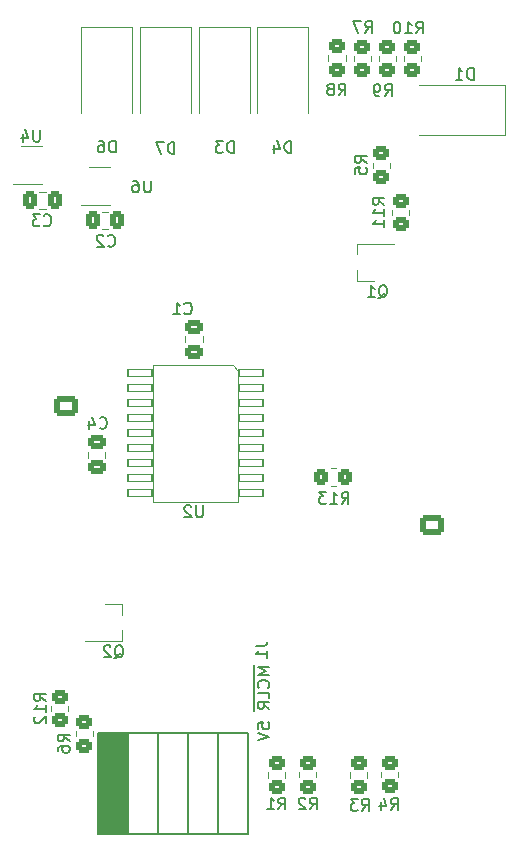
<source format=gbo>
%TF.GenerationSoftware,KiCad,Pcbnew,(6.0.5)*%
%TF.CreationDate,2023-02-27T22:37:21-05:00*%
%TF.ProjectId,relay_board,72656c61-795f-4626-9f61-72642e6b6963,rev?*%
%TF.SameCoordinates,Original*%
%TF.FileFunction,Legend,Bot*%
%TF.FilePolarity,Positive*%
%FSLAX46Y46*%
G04 Gerber Fmt 4.6, Leading zero omitted, Abs format (unit mm)*
G04 Created by KiCad (PCBNEW (6.0.5)) date 2023-02-27 22:37:21*
%MOMM*%
%LPD*%
G01*
G04 APERTURE LIST*
G04 Aperture macros list*
%AMRoundRect*
0 Rectangle with rounded corners*
0 $1 Rounding radius*
0 $2 $3 $4 $5 $6 $7 $8 $9 X,Y pos of 4 corners*
0 Add a 4 corners polygon primitive as box body*
4,1,4,$2,$3,$4,$5,$6,$7,$8,$9,$2,$3,0*
0 Add four circle primitives for the rounded corners*
1,1,$1+$1,$2,$3*
1,1,$1+$1,$4,$5*
1,1,$1+$1,$6,$7*
1,1,$1+$1,$8,$9*
0 Add four rect primitives between the rounded corners*
20,1,$1+$1,$2,$3,$4,$5,0*
20,1,$1+$1,$4,$5,$6,$7,0*
20,1,$1+$1,$6,$7,$8,$9,0*
20,1,$1+$1,$8,$9,$2,$3,0*%
G04 Aperture macros list end*
%ADD10C,0.150000*%
%ADD11C,0.120000*%
%ADD12C,0.100000*%
%ADD13R,1.700000X1.700000*%
%ADD14C,2.350000*%
%ADD15R,2.600000X2.600000*%
%ADD16C,2.600000*%
%ADD17R,1.600000X1.600000*%
%ADD18C,1.600000*%
%ADD19C,3.000000*%
%ADD20RoundRect,0.250000X-0.725000X0.600000X-0.725000X-0.600000X0.725000X-0.600000X0.725000X0.600000X0*%
%ADD21O,1.950000X1.700000*%
%ADD22RoundRect,0.250000X0.725000X-0.600000X0.725000X0.600000X-0.725000X0.600000X-0.725000X-0.600000X0*%
%ADD23C,6.400000*%
%ADD24RoundRect,0.250000X0.475000X-0.337500X0.475000X0.337500X-0.475000X0.337500X-0.475000X-0.337500X0*%
%ADD25RoundRect,0.250000X-0.337500X-0.475000X0.337500X-0.475000X0.337500X0.475000X-0.337500X0.475000X0*%
%ADD26R,3.500000X2.300000*%
%ADD27R,1.000000X2.000000*%
%ADD28RoundRect,0.250000X0.450000X-0.350000X0.450000X0.350000X-0.450000X0.350000X-0.450000X-0.350000X0*%
%ADD29RoundRect,0.250000X-0.450000X0.350000X-0.450000X-0.350000X0.450000X-0.350000X0.450000X0.350000X0*%
%ADD30RoundRect,0.250000X0.350000X0.450000X-0.350000X0.450000X-0.350000X-0.450000X0.350000X-0.450000X0*%
%ADD31RoundRect,0.070000X-1.000000X0.300000X-1.000000X-0.300000X1.000000X-0.300000X1.000000X0.300000X0*%
%ADD32R,1.560000X0.650000*%
%ADD33R,1.900000X0.800000*%
%ADD34R,2.300000X3.500000*%
G04 APERTURE END LIST*
D10*
X152941600Y-129072095D02*
X152941600Y-130214952D01*
X154223980Y-129310190D02*
X153223980Y-129310190D01*
X153938266Y-129643523D01*
X153223980Y-129976857D01*
X154223980Y-129976857D01*
X152941600Y-130214952D02*
X152941600Y-131214952D01*
X154128742Y-131024476D02*
X154176361Y-130976857D01*
X154223980Y-130834000D01*
X154223980Y-130738761D01*
X154176361Y-130595904D01*
X154081123Y-130500666D01*
X153985885Y-130453047D01*
X153795409Y-130405428D01*
X153652552Y-130405428D01*
X153462076Y-130453047D01*
X153366838Y-130500666D01*
X153271600Y-130595904D01*
X153223980Y-130738761D01*
X153223980Y-130834000D01*
X153271600Y-130976857D01*
X153319219Y-131024476D01*
X152941600Y-131214952D02*
X152941600Y-132024476D01*
X154223980Y-131929238D02*
X154223980Y-131453047D01*
X153223980Y-131453047D01*
X152941600Y-132024476D02*
X152941600Y-133024476D01*
X154223980Y-132834000D02*
X153747790Y-132500666D01*
X154223980Y-132262571D02*
X153223980Y-132262571D01*
X153223980Y-132643523D01*
X153271600Y-132738761D01*
X153319219Y-132786380D01*
X153414457Y-132834000D01*
X153557314Y-132834000D01*
X153652552Y-132786380D01*
X153700171Y-132738761D01*
X153747790Y-132643523D01*
X153747790Y-132262571D01*
X153223980Y-134500666D02*
X153223980Y-134024476D01*
X153700171Y-133976857D01*
X153652552Y-134024476D01*
X153604933Y-134119714D01*
X153604933Y-134357809D01*
X153652552Y-134453047D01*
X153700171Y-134500666D01*
X153795409Y-134548285D01*
X154033504Y-134548285D01*
X154128742Y-134500666D01*
X154176361Y-134453047D01*
X154223980Y-134357809D01*
X154223980Y-134119714D01*
X154176361Y-134024476D01*
X154128742Y-133976857D01*
X153223980Y-134834000D02*
X154223980Y-135167333D01*
X153223980Y-135500666D01*
X147029466Y-99340942D02*
X147077085Y-99388561D01*
X147219942Y-99436180D01*
X147315180Y-99436180D01*
X147458038Y-99388561D01*
X147553276Y-99293323D01*
X147600895Y-99198085D01*
X147648514Y-99007609D01*
X147648514Y-98864752D01*
X147600895Y-98674276D01*
X147553276Y-98579038D01*
X147458038Y-98483800D01*
X147315180Y-98436180D01*
X147219942Y-98436180D01*
X147077085Y-98483800D01*
X147029466Y-98531419D01*
X146077085Y-99436180D02*
X146648514Y-99436180D01*
X146362800Y-99436180D02*
X146362800Y-98436180D01*
X146458038Y-98579038D01*
X146553276Y-98674276D01*
X146648514Y-98721895D01*
X140552466Y-93600542D02*
X140600085Y-93648161D01*
X140742942Y-93695780D01*
X140838180Y-93695780D01*
X140981038Y-93648161D01*
X141076276Y-93552923D01*
X141123895Y-93457685D01*
X141171514Y-93267209D01*
X141171514Y-93124352D01*
X141123895Y-92933876D01*
X141076276Y-92838638D01*
X140981038Y-92743400D01*
X140838180Y-92695780D01*
X140742942Y-92695780D01*
X140600085Y-92743400D01*
X140552466Y-92791019D01*
X140171514Y-92791019D02*
X140123895Y-92743400D01*
X140028657Y-92695780D01*
X139790561Y-92695780D01*
X139695323Y-92743400D01*
X139647704Y-92791019D01*
X139600085Y-92886257D01*
X139600085Y-92981495D01*
X139647704Y-93124352D01*
X140219133Y-93695780D01*
X139600085Y-93695780D01*
X135116866Y-91873342D02*
X135164485Y-91920961D01*
X135307342Y-91968580D01*
X135402580Y-91968580D01*
X135545438Y-91920961D01*
X135640676Y-91825723D01*
X135688295Y-91730485D01*
X135735914Y-91540009D01*
X135735914Y-91397152D01*
X135688295Y-91206676D01*
X135640676Y-91111438D01*
X135545438Y-91016200D01*
X135402580Y-90968580D01*
X135307342Y-90968580D01*
X135164485Y-91016200D01*
X135116866Y-91063819D01*
X134783533Y-90968580D02*
X134164485Y-90968580D01*
X134497819Y-91349533D01*
X134354961Y-91349533D01*
X134259723Y-91397152D01*
X134212104Y-91444771D01*
X134164485Y-91540009D01*
X134164485Y-91778104D01*
X134212104Y-91873342D01*
X134259723Y-91920961D01*
X134354961Y-91968580D01*
X134640676Y-91968580D01*
X134735914Y-91920961D01*
X134783533Y-91873342D01*
X171502295Y-79547980D02*
X171502295Y-78547980D01*
X171264200Y-78547980D01*
X171121342Y-78595600D01*
X171026104Y-78690838D01*
X170978485Y-78786076D01*
X170930866Y-78976552D01*
X170930866Y-79119409D01*
X170978485Y-79309885D01*
X171026104Y-79405123D01*
X171121342Y-79500361D01*
X171264200Y-79547980D01*
X171502295Y-79547980D01*
X169978485Y-79547980D02*
X170549914Y-79547980D01*
X170264200Y-79547980D02*
X170264200Y-78547980D01*
X170359438Y-78690838D01*
X170454676Y-78786076D01*
X170549914Y-78833695D01*
X153046180Y-127504866D02*
X153760466Y-127504866D01*
X153903323Y-127457247D01*
X153998561Y-127362009D01*
X154046180Y-127219152D01*
X154046180Y-127123914D01*
X154046180Y-128504866D02*
X154046180Y-127933438D01*
X154046180Y-128219152D02*
X153046180Y-128219152D01*
X153189038Y-128123914D01*
X153284276Y-128028676D01*
X153331895Y-127933438D01*
X154979666Y-141346180D02*
X155313000Y-140869990D01*
X155551095Y-141346180D02*
X155551095Y-140346180D01*
X155170142Y-140346180D01*
X155074904Y-140393800D01*
X155027285Y-140441419D01*
X154979666Y-140536657D01*
X154979666Y-140679514D01*
X155027285Y-140774752D01*
X155074904Y-140822371D01*
X155170142Y-140869990D01*
X155551095Y-140869990D01*
X154027285Y-141346180D02*
X154598714Y-141346180D01*
X154313000Y-141346180D02*
X154313000Y-140346180D01*
X154408238Y-140489038D01*
X154503476Y-140584276D01*
X154598714Y-140631895D01*
X157646666Y-141346180D02*
X157980000Y-140869990D01*
X158218095Y-141346180D02*
X158218095Y-140346180D01*
X157837142Y-140346180D01*
X157741904Y-140393800D01*
X157694285Y-140441419D01*
X157646666Y-140536657D01*
X157646666Y-140679514D01*
X157694285Y-140774752D01*
X157741904Y-140822371D01*
X157837142Y-140869990D01*
X158218095Y-140869990D01*
X157265714Y-140441419D02*
X157218095Y-140393800D01*
X157122857Y-140346180D01*
X156884761Y-140346180D01*
X156789523Y-140393800D01*
X156741904Y-140441419D01*
X156694285Y-140536657D01*
X156694285Y-140631895D01*
X156741904Y-140774752D01*
X157313333Y-141346180D01*
X156694285Y-141346180D01*
X162040866Y-141447780D02*
X162374200Y-140971590D01*
X162612295Y-141447780D02*
X162612295Y-140447780D01*
X162231342Y-140447780D01*
X162136104Y-140495400D01*
X162088485Y-140543019D01*
X162040866Y-140638257D01*
X162040866Y-140781114D01*
X162088485Y-140876352D01*
X162136104Y-140923971D01*
X162231342Y-140971590D01*
X162612295Y-140971590D01*
X161707533Y-140447780D02*
X161088485Y-140447780D01*
X161421819Y-140828733D01*
X161278961Y-140828733D01*
X161183723Y-140876352D01*
X161136104Y-140923971D01*
X161088485Y-141019209D01*
X161088485Y-141257304D01*
X161136104Y-141352542D01*
X161183723Y-141400161D01*
X161278961Y-141447780D01*
X161564676Y-141447780D01*
X161659914Y-141400161D01*
X161707533Y-141352542D01*
X164504666Y-141396980D02*
X164838000Y-140920790D01*
X165076095Y-141396980D02*
X165076095Y-140396980D01*
X164695142Y-140396980D01*
X164599904Y-140444600D01*
X164552285Y-140492219D01*
X164504666Y-140587457D01*
X164504666Y-140730314D01*
X164552285Y-140825552D01*
X164599904Y-140873171D01*
X164695142Y-140920790D01*
X165076095Y-140920790D01*
X163647523Y-140730314D02*
X163647523Y-141396980D01*
X163885619Y-140349361D02*
X164123714Y-141063647D01*
X163504666Y-141063647D01*
X162453580Y-86599733D02*
X161977390Y-86266400D01*
X162453580Y-86028304D02*
X161453580Y-86028304D01*
X161453580Y-86409257D01*
X161501200Y-86504495D01*
X161548819Y-86552114D01*
X161644057Y-86599733D01*
X161786914Y-86599733D01*
X161882152Y-86552114D01*
X161929771Y-86504495D01*
X161977390Y-86409257D01*
X161977390Y-86028304D01*
X161453580Y-87504495D02*
X161453580Y-87028304D01*
X161929771Y-86980685D01*
X161882152Y-87028304D01*
X161834533Y-87123542D01*
X161834533Y-87361638D01*
X161882152Y-87456876D01*
X161929771Y-87504495D01*
X162025009Y-87552114D01*
X162263104Y-87552114D01*
X162358342Y-87504495D01*
X162405961Y-87456876D01*
X162453580Y-87361638D01*
X162453580Y-87123542D01*
X162405961Y-87028304D01*
X162358342Y-86980685D01*
X137307580Y-135570933D02*
X136831390Y-135237600D01*
X137307580Y-134999504D02*
X136307580Y-134999504D01*
X136307580Y-135380457D01*
X136355200Y-135475695D01*
X136402819Y-135523314D01*
X136498057Y-135570933D01*
X136640914Y-135570933D01*
X136736152Y-135523314D01*
X136783771Y-135475695D01*
X136831390Y-135380457D01*
X136831390Y-134999504D01*
X136307580Y-136428076D02*
X136307580Y-136237600D01*
X136355200Y-136142361D01*
X136402819Y-136094742D01*
X136545676Y-135999504D01*
X136736152Y-135951885D01*
X137117104Y-135951885D01*
X137212342Y-135999504D01*
X137259961Y-136047123D01*
X137307580Y-136142361D01*
X137307580Y-136332838D01*
X137259961Y-136428076D01*
X137212342Y-136475695D01*
X137117104Y-136523314D01*
X136879009Y-136523314D01*
X136783771Y-136475695D01*
X136736152Y-136428076D01*
X136688533Y-136332838D01*
X136688533Y-136142361D01*
X136736152Y-136047123D01*
X136783771Y-135999504D01*
X136879009Y-135951885D01*
X162320266Y-75610980D02*
X162653600Y-75134790D01*
X162891695Y-75610980D02*
X162891695Y-74610980D01*
X162510742Y-74610980D01*
X162415504Y-74658600D01*
X162367885Y-74706219D01*
X162320266Y-74801457D01*
X162320266Y-74944314D01*
X162367885Y-75039552D01*
X162415504Y-75087171D01*
X162510742Y-75134790D01*
X162891695Y-75134790D01*
X161986933Y-74610980D02*
X161320266Y-74610980D01*
X161748838Y-75610980D01*
X160085066Y-80894180D02*
X160418400Y-80417990D01*
X160656495Y-80894180D02*
X160656495Y-79894180D01*
X160275542Y-79894180D01*
X160180304Y-79941800D01*
X160132685Y-79989419D01*
X160085066Y-80084657D01*
X160085066Y-80227514D01*
X160132685Y-80322752D01*
X160180304Y-80370371D01*
X160275542Y-80417990D01*
X160656495Y-80417990D01*
X159513638Y-80322752D02*
X159608876Y-80275133D01*
X159656495Y-80227514D01*
X159704114Y-80132276D01*
X159704114Y-80084657D01*
X159656495Y-79989419D01*
X159608876Y-79941800D01*
X159513638Y-79894180D01*
X159323161Y-79894180D01*
X159227923Y-79941800D01*
X159180304Y-79989419D01*
X159132685Y-80084657D01*
X159132685Y-80132276D01*
X159180304Y-80227514D01*
X159227923Y-80275133D01*
X159323161Y-80322752D01*
X159513638Y-80322752D01*
X159608876Y-80370371D01*
X159656495Y-80417990D01*
X159704114Y-80513228D01*
X159704114Y-80703704D01*
X159656495Y-80798942D01*
X159608876Y-80846561D01*
X159513638Y-80894180D01*
X159323161Y-80894180D01*
X159227923Y-80846561D01*
X159180304Y-80798942D01*
X159132685Y-80703704D01*
X159132685Y-80513228D01*
X159180304Y-80417990D01*
X159227923Y-80370371D01*
X159323161Y-80322752D01*
X163996666Y-80944980D02*
X164330000Y-80468790D01*
X164568095Y-80944980D02*
X164568095Y-79944980D01*
X164187142Y-79944980D01*
X164091904Y-79992600D01*
X164044285Y-80040219D01*
X163996666Y-80135457D01*
X163996666Y-80278314D01*
X164044285Y-80373552D01*
X164091904Y-80421171D01*
X164187142Y-80468790D01*
X164568095Y-80468790D01*
X163520476Y-80944980D02*
X163330000Y-80944980D01*
X163234761Y-80897361D01*
X163187142Y-80849742D01*
X163091904Y-80706885D01*
X163044285Y-80516409D01*
X163044285Y-80135457D01*
X163091904Y-80040219D01*
X163139523Y-79992600D01*
X163234761Y-79944980D01*
X163425238Y-79944980D01*
X163520476Y-79992600D01*
X163568095Y-80040219D01*
X163615714Y-80135457D01*
X163615714Y-80373552D01*
X163568095Y-80468790D01*
X163520476Y-80516409D01*
X163425238Y-80564028D01*
X163234761Y-80564028D01*
X163139523Y-80516409D01*
X163091904Y-80468790D01*
X163044285Y-80373552D01*
X166631857Y-75636380D02*
X166965190Y-75160190D01*
X167203285Y-75636380D02*
X167203285Y-74636380D01*
X166822333Y-74636380D01*
X166727095Y-74684000D01*
X166679476Y-74731619D01*
X166631857Y-74826857D01*
X166631857Y-74969714D01*
X166679476Y-75064952D01*
X166727095Y-75112571D01*
X166822333Y-75160190D01*
X167203285Y-75160190D01*
X165679476Y-75636380D02*
X166250904Y-75636380D01*
X165965190Y-75636380D02*
X165965190Y-74636380D01*
X166060428Y-74779238D01*
X166155666Y-74874476D01*
X166250904Y-74922095D01*
X165060428Y-74636380D02*
X164965190Y-74636380D01*
X164869952Y-74684000D01*
X164822333Y-74731619D01*
X164774714Y-74826857D01*
X164727095Y-75017333D01*
X164727095Y-75255428D01*
X164774714Y-75445904D01*
X164822333Y-75541142D01*
X164869952Y-75588761D01*
X164965190Y-75636380D01*
X165060428Y-75636380D01*
X165155666Y-75588761D01*
X165203285Y-75541142D01*
X165250904Y-75445904D01*
X165298523Y-75255428D01*
X165298523Y-75017333D01*
X165250904Y-74826857D01*
X165203285Y-74731619D01*
X165155666Y-74684000D01*
X165060428Y-74636380D01*
X163952180Y-90136742D02*
X163475990Y-89803409D01*
X163952180Y-89565314D02*
X162952180Y-89565314D01*
X162952180Y-89946266D01*
X162999800Y-90041504D01*
X163047419Y-90089123D01*
X163142657Y-90136742D01*
X163285514Y-90136742D01*
X163380752Y-90089123D01*
X163428371Y-90041504D01*
X163475990Y-89946266D01*
X163475990Y-89565314D01*
X163952180Y-91089123D02*
X163952180Y-90517695D01*
X163952180Y-90803409D02*
X162952180Y-90803409D01*
X163095038Y-90708171D01*
X163190276Y-90612933D01*
X163237895Y-90517695D01*
X163952180Y-92041504D02*
X163952180Y-91470076D01*
X163952180Y-91755790D02*
X162952180Y-91755790D01*
X163095038Y-91660552D01*
X163190276Y-91565314D01*
X163237895Y-91470076D01*
X135300980Y-132148342D02*
X134824790Y-131815009D01*
X135300980Y-131576914D02*
X134300980Y-131576914D01*
X134300980Y-131957866D01*
X134348600Y-132053104D01*
X134396219Y-132100723D01*
X134491457Y-132148342D01*
X134634314Y-132148342D01*
X134729552Y-132100723D01*
X134777171Y-132053104D01*
X134824790Y-131957866D01*
X134824790Y-131576914D01*
X135300980Y-133100723D02*
X135300980Y-132529295D01*
X135300980Y-132815009D02*
X134300980Y-132815009D01*
X134443838Y-132719771D01*
X134539076Y-132624533D01*
X134586695Y-132529295D01*
X134396219Y-133481676D02*
X134348600Y-133529295D01*
X134300980Y-133624533D01*
X134300980Y-133862628D01*
X134348600Y-133957866D01*
X134396219Y-134005485D01*
X134491457Y-134053104D01*
X134586695Y-134053104D01*
X134729552Y-134005485D01*
X135300980Y-133434057D01*
X135300980Y-134053104D01*
X160332657Y-115463580D02*
X160665990Y-114987390D01*
X160904085Y-115463580D02*
X160904085Y-114463580D01*
X160523133Y-114463580D01*
X160427895Y-114511200D01*
X160380276Y-114558819D01*
X160332657Y-114654057D01*
X160332657Y-114796914D01*
X160380276Y-114892152D01*
X160427895Y-114939771D01*
X160523133Y-114987390D01*
X160904085Y-114987390D01*
X159380276Y-115463580D02*
X159951704Y-115463580D01*
X159665990Y-115463580D02*
X159665990Y-114463580D01*
X159761228Y-114606438D01*
X159856466Y-114701676D01*
X159951704Y-114749295D01*
X159046942Y-114463580D02*
X158427895Y-114463580D01*
X158761228Y-114844533D01*
X158618371Y-114844533D01*
X158523133Y-114892152D01*
X158475514Y-114939771D01*
X158427895Y-115035009D01*
X158427895Y-115273104D01*
X158475514Y-115368342D01*
X158523133Y-115415961D01*
X158618371Y-115463580D01*
X158904085Y-115463580D01*
X158999323Y-115415961D01*
X159046942Y-115368342D01*
X148589904Y-115606580D02*
X148589904Y-116416104D01*
X148542285Y-116511342D01*
X148494666Y-116558961D01*
X148399428Y-116606580D01*
X148208952Y-116606580D01*
X148113714Y-116558961D01*
X148066095Y-116511342D01*
X148018476Y-116416104D01*
X148018476Y-115606580D01*
X147589904Y-115701819D02*
X147542285Y-115654200D01*
X147447047Y-115606580D01*
X147208952Y-115606580D01*
X147113714Y-115654200D01*
X147066095Y-115701819D01*
X147018476Y-115797057D01*
X147018476Y-115892295D01*
X147066095Y-116035152D01*
X147637523Y-116606580D01*
X147018476Y-116606580D01*
X134797704Y-83805780D02*
X134797704Y-84615304D01*
X134750085Y-84710542D01*
X134702466Y-84758161D01*
X134607228Y-84805780D01*
X134416752Y-84805780D01*
X134321514Y-84758161D01*
X134273895Y-84710542D01*
X134226276Y-84615304D01*
X134226276Y-83805780D01*
X133321514Y-84139114D02*
X133321514Y-84805780D01*
X133559609Y-83758161D02*
X133797704Y-84472447D01*
X133178657Y-84472447D01*
X144170304Y-88098380D02*
X144170304Y-88907904D01*
X144122685Y-89003142D01*
X144075066Y-89050761D01*
X143979828Y-89098380D01*
X143789352Y-89098380D01*
X143694114Y-89050761D01*
X143646495Y-89003142D01*
X143598876Y-88907904D01*
X143598876Y-88098380D01*
X142694114Y-88098380D02*
X142884590Y-88098380D01*
X142979828Y-88146000D01*
X143027447Y-88193619D01*
X143122685Y-88336476D01*
X143170304Y-88526952D01*
X143170304Y-88907904D01*
X143122685Y-89003142D01*
X143075066Y-89050761D01*
X142979828Y-89098380D01*
X142789352Y-89098380D01*
X142694114Y-89050761D01*
X142646495Y-89003142D01*
X142598876Y-88907904D01*
X142598876Y-88669809D01*
X142646495Y-88574571D01*
X142694114Y-88526952D01*
X142789352Y-88479333D01*
X142979828Y-88479333D01*
X143075066Y-88526952D01*
X143122685Y-88574571D01*
X143170304Y-88669809D01*
X163450638Y-98053819D02*
X163545876Y-98006200D01*
X163641114Y-97910961D01*
X163783971Y-97768104D01*
X163879209Y-97720485D01*
X163974447Y-97720485D01*
X163926828Y-97958580D02*
X164022066Y-97910961D01*
X164117304Y-97815723D01*
X164164923Y-97625247D01*
X164164923Y-97291914D01*
X164117304Y-97101438D01*
X164022066Y-97006200D01*
X163926828Y-96958580D01*
X163736352Y-96958580D01*
X163641114Y-97006200D01*
X163545876Y-97101438D01*
X163498257Y-97291914D01*
X163498257Y-97625247D01*
X163545876Y-97815723D01*
X163641114Y-97910961D01*
X163736352Y-97958580D01*
X163926828Y-97958580D01*
X162545876Y-97958580D02*
X163117304Y-97958580D01*
X162831590Y-97958580D02*
X162831590Y-96958580D01*
X162926828Y-97101438D01*
X163022066Y-97196676D01*
X163117304Y-97244295D01*
X141095238Y-128547619D02*
X141190476Y-128500000D01*
X141285714Y-128404761D01*
X141428571Y-128261904D01*
X141523809Y-128214285D01*
X141619047Y-128214285D01*
X141571428Y-128452380D02*
X141666666Y-128404761D01*
X141761904Y-128309523D01*
X141809523Y-128119047D01*
X141809523Y-127785714D01*
X141761904Y-127595238D01*
X141666666Y-127500000D01*
X141571428Y-127452380D01*
X141380952Y-127452380D01*
X141285714Y-127500000D01*
X141190476Y-127595238D01*
X141142857Y-127785714D01*
X141142857Y-128119047D01*
X141190476Y-128309523D01*
X141285714Y-128404761D01*
X141380952Y-128452380D01*
X141571428Y-128452380D01*
X140761904Y-127547619D02*
X140714285Y-127500000D01*
X140619047Y-127452380D01*
X140380952Y-127452380D01*
X140285714Y-127500000D01*
X140238095Y-127547619D01*
X140190476Y-127642857D01*
X140190476Y-127738095D01*
X140238095Y-127880952D01*
X140809523Y-128452380D01*
X140190476Y-128452380D01*
X156059095Y-85745580D02*
X156059095Y-84745580D01*
X155821000Y-84745580D01*
X155678142Y-84793200D01*
X155582904Y-84888438D01*
X155535285Y-84983676D01*
X155487666Y-85174152D01*
X155487666Y-85317009D01*
X155535285Y-85507485D01*
X155582904Y-85602723D01*
X155678142Y-85697961D01*
X155821000Y-85745580D01*
X156059095Y-85745580D01*
X154630523Y-85078914D02*
X154630523Y-85745580D01*
X154868619Y-84697961D02*
X155106714Y-85412247D01*
X154487666Y-85412247D01*
X151182295Y-85745580D02*
X151182295Y-84745580D01*
X150944200Y-84745580D01*
X150801342Y-84793200D01*
X150706104Y-84888438D01*
X150658485Y-84983676D01*
X150610866Y-85174152D01*
X150610866Y-85317009D01*
X150658485Y-85507485D01*
X150706104Y-85602723D01*
X150801342Y-85697961D01*
X150944200Y-85745580D01*
X151182295Y-85745580D01*
X150277533Y-84745580D02*
X149658485Y-84745580D01*
X149991819Y-85126533D01*
X149848961Y-85126533D01*
X149753723Y-85174152D01*
X149706104Y-85221771D01*
X149658485Y-85317009D01*
X149658485Y-85555104D01*
X149706104Y-85650342D01*
X149753723Y-85697961D01*
X149848961Y-85745580D01*
X150134676Y-85745580D01*
X150229914Y-85697961D01*
X150277533Y-85650342D01*
X146178495Y-85847180D02*
X146178495Y-84847180D01*
X145940400Y-84847180D01*
X145797542Y-84894800D01*
X145702304Y-84990038D01*
X145654685Y-85085276D01*
X145607066Y-85275752D01*
X145607066Y-85418609D01*
X145654685Y-85609085D01*
X145702304Y-85704323D01*
X145797542Y-85799561D01*
X145940400Y-85847180D01*
X146178495Y-85847180D01*
X145273733Y-84847180D02*
X144607066Y-84847180D01*
X145035638Y-85847180D01*
X141200095Y-85720180D02*
X141200095Y-84720180D01*
X140962000Y-84720180D01*
X140819142Y-84767800D01*
X140723904Y-84863038D01*
X140676285Y-84958276D01*
X140628666Y-85148752D01*
X140628666Y-85291609D01*
X140676285Y-85482085D01*
X140723904Y-85577323D01*
X140819142Y-85672561D01*
X140962000Y-85720180D01*
X141200095Y-85720180D01*
X139771523Y-84720180D02*
X139962000Y-84720180D01*
X140057238Y-84767800D01*
X140104857Y-84815419D01*
X140200095Y-84958276D01*
X140247714Y-85148752D01*
X140247714Y-85529704D01*
X140200095Y-85624942D01*
X140152476Y-85672561D01*
X140057238Y-85720180D01*
X139866761Y-85720180D01*
X139771523Y-85672561D01*
X139723904Y-85624942D01*
X139676285Y-85529704D01*
X139676285Y-85291609D01*
X139723904Y-85196371D01*
X139771523Y-85148752D01*
X139866761Y-85101133D01*
X140057238Y-85101133D01*
X140152476Y-85148752D01*
X140200095Y-85196371D01*
X140247714Y-85291609D01*
X139841266Y-109039842D02*
X139888885Y-109087461D01*
X140031742Y-109135080D01*
X140126980Y-109135080D01*
X140269838Y-109087461D01*
X140365076Y-108992223D01*
X140412695Y-108896985D01*
X140460314Y-108706509D01*
X140460314Y-108563652D01*
X140412695Y-108373176D01*
X140365076Y-108277938D01*
X140269838Y-108182700D01*
X140126980Y-108135080D01*
X140031742Y-108135080D01*
X139888885Y-108182700D01*
X139841266Y-108230319D01*
X138984123Y-108468414D02*
X138984123Y-109135080D01*
X139222219Y-108087461D02*
X139460314Y-108801747D01*
X138841266Y-108801747D01*
D11*
X148563000Y-101806552D02*
X148563000Y-101284048D01*
X147093000Y-101806552D02*
X147093000Y-101284048D01*
X140044448Y-92200400D02*
X140566952Y-92200400D01*
X140044448Y-90730400D02*
X140566952Y-90730400D01*
X134739748Y-90498600D02*
X135262252Y-90498600D01*
X134739748Y-89028600D02*
X135262252Y-89028600D01*
X174188200Y-84268200D02*
X166888200Y-84268200D01*
X174188200Y-79968200D02*
X174188200Y-84268200D01*
X174188200Y-79968200D02*
X166888200Y-79968200D01*
D10*
X147350000Y-134900000D02*
X147350000Y-143400000D01*
X139730000Y-134900000D02*
X152430000Y-134900000D01*
X144810000Y-134900000D02*
X144810000Y-143400000D01*
X139730000Y-134900000D02*
X139730000Y-143400000D01*
X152430000Y-134900000D02*
X152430000Y-143400000D01*
X142270000Y-134900000D02*
X142270000Y-143400000D01*
X149890000Y-134900000D02*
X149890000Y-143400000D01*
X139730000Y-143400000D02*
X152430000Y-143400000D01*
G36*
X142219200Y-143345800D02*
G01*
X139780800Y-143345800D01*
X139780800Y-134963800D01*
X142219200Y-134963800D01*
X142219200Y-143345800D01*
G37*
X142219200Y-143345800D02*
X139780800Y-143345800D01*
X139780800Y-134963800D01*
X142219200Y-134963800D01*
X142219200Y-143345800D01*
D11*
X154103400Y-138657064D02*
X154103400Y-138202936D01*
X155573400Y-138657064D02*
X155573400Y-138202936D01*
X158189600Y-138631664D02*
X158189600Y-138177536D01*
X156719600Y-138631664D02*
X156719600Y-138177536D01*
X162507600Y-138641064D02*
X162507600Y-138186936D01*
X161037600Y-138641064D02*
X161037600Y-138186936D01*
X165123800Y-138615664D02*
X165123800Y-138161536D01*
X163653800Y-138615664D02*
X163653800Y-138161536D01*
X162968000Y-86574136D02*
X162968000Y-87028264D01*
X164438000Y-86574136D02*
X164438000Y-87028264D01*
X139292000Y-134707136D02*
X139292000Y-135161264D01*
X137822000Y-134707136D02*
X137822000Y-135161264D01*
X162812400Y-77522336D02*
X162812400Y-77976464D01*
X161342400Y-77522336D02*
X161342400Y-77976464D01*
X159208800Y-77506336D02*
X159208800Y-77960464D01*
X160678800Y-77506336D02*
X160678800Y-77960464D01*
X163476000Y-77531736D02*
X163476000Y-77985864D01*
X164946000Y-77531736D02*
X164946000Y-77985864D01*
X165584200Y-77531736D02*
X165584200Y-77985864D01*
X167054200Y-77531736D02*
X167054200Y-77985864D01*
X164593600Y-90561936D02*
X164593600Y-91016064D01*
X166063600Y-90561936D02*
X166063600Y-91016064D01*
X137183800Y-133008864D02*
X137183800Y-132554736D01*
X135713800Y-133008864D02*
X135713800Y-132554736D01*
X159850064Y-112447400D02*
X159395936Y-112447400D01*
X159850064Y-113917400D02*
X159395936Y-113917400D01*
D12*
X144400000Y-103725000D02*
X151150000Y-103725000D01*
X151150000Y-103730000D02*
X151600000Y-104240000D01*
X144400000Y-115275000D02*
X151600000Y-115275000D01*
X151600000Y-104240000D02*
X151600000Y-115270000D01*
X144400000Y-103720000D02*
X144400000Y-115270000D01*
D11*
X133165000Y-85207200D02*
X134965000Y-85207200D01*
X134965000Y-88427200D02*
X132515000Y-88427200D01*
X138952400Y-86934400D02*
X140752400Y-86934400D01*
X140752400Y-90154400D02*
X138302400Y-90154400D01*
X161595400Y-93426200D02*
X161595400Y-94356200D01*
X161595400Y-93426200D02*
X164755400Y-93426200D01*
X161595400Y-96586200D02*
X163055400Y-96586200D01*
X161595400Y-96586200D02*
X161595400Y-95656200D01*
X141760000Y-123920000D02*
X141760000Y-124850000D01*
X141760000Y-123920000D02*
X140300000Y-123920000D01*
X141760000Y-127080000D02*
X141760000Y-126150000D01*
X141760000Y-127080000D02*
X138600000Y-127080000D01*
X153196400Y-75112800D02*
X157496400Y-75112800D01*
X153196400Y-75112800D02*
X153196400Y-82412800D01*
X157496400Y-75112800D02*
X157496400Y-82412800D01*
X152568800Y-75112800D02*
X152568800Y-82412800D01*
X148268800Y-75112800D02*
X148268800Y-82412800D01*
X148268800Y-75112800D02*
X152568800Y-75112800D01*
X143239600Y-75112800D02*
X143239600Y-82412800D01*
X143239600Y-75112800D02*
X147539600Y-75112800D01*
X147539600Y-75112800D02*
X147539600Y-82412800D01*
X142561200Y-75112800D02*
X142561200Y-82412800D01*
X138261200Y-75112800D02*
X142561200Y-75112800D01*
X138261200Y-75112800D02*
X138261200Y-82412800D01*
X140333400Y-111560152D02*
X140333400Y-111037648D01*
X138863400Y-111560152D02*
X138863400Y-111037648D01*
%LPC*%
D13*
X132054600Y-96723200D03*
X132029200Y-100812600D03*
X132054600Y-92608400D03*
X173278800Y-92887800D03*
D14*
X159000000Y-126000000D03*
X159000000Y-121400000D03*
X159000000Y-105500000D03*
X159000000Y-110100000D03*
D15*
X169723000Y-128859200D03*
D16*
X169723000Y-123779200D03*
D17*
X155752800Y-142468600D03*
D18*
X158292800Y-142468600D03*
X160832800Y-142468600D03*
X163372800Y-142468600D03*
X163372800Y-134848600D03*
X160832800Y-134848600D03*
X158292800Y-134848600D03*
X155752800Y-134848600D03*
D19*
X157469400Y-98978200D03*
X169469400Y-98978200D03*
X163469400Y-100978200D03*
X169469400Y-86778200D03*
X144500000Y-96680000D03*
X152000000Y-96680000D03*
X144500000Y-117000000D03*
X152000000Y-117000000D03*
X144500000Y-101720000D03*
X144500000Y-91640000D03*
X152000000Y-101720000D03*
X152000000Y-91640000D03*
D20*
X136982200Y-107188000D03*
D21*
X136982200Y-109688000D03*
X136982200Y-112188000D03*
X136982200Y-114688000D03*
X136982200Y-117188000D03*
D22*
X168025200Y-117217200D03*
D21*
X168025200Y-114717200D03*
X168025200Y-112217200D03*
X168025200Y-109717200D03*
X168025200Y-107217200D03*
D15*
X165250000Y-72500000D03*
D16*
X160250000Y-72500000D03*
X155250000Y-72500000D03*
X150250000Y-72500000D03*
X145250000Y-72500000D03*
X140250000Y-72500000D03*
D23*
X134000000Y-74000000D03*
X171000000Y-74000000D03*
X134000000Y-139000000D03*
D15*
X134747000Y-123825000D03*
D16*
X134747000Y-128905000D03*
D23*
X171000000Y-139000000D03*
D24*
X147828000Y-102582800D03*
X147828000Y-100507800D03*
D25*
X139268200Y-91465400D03*
X141343200Y-91465400D03*
X133963500Y-89763600D03*
X136038500Y-89763600D03*
D26*
X172288200Y-82118200D03*
X166888200Y-82118200D03*
D27*
X141000000Y-132500000D03*
X143540000Y-132500000D03*
X146080000Y-132500000D03*
X148620000Y-132500000D03*
X151160000Y-132500000D03*
D28*
X154838400Y-139430000D03*
X154838400Y-137430000D03*
X157454600Y-139404600D03*
X157454600Y-137404600D03*
X161772600Y-139414000D03*
X161772600Y-137414000D03*
X164388800Y-139388600D03*
X164388800Y-137388600D03*
D29*
X163703000Y-85801200D03*
X163703000Y-87801200D03*
X138557000Y-133934200D03*
X138557000Y-135934200D03*
X162077400Y-76749400D03*
X162077400Y-78749400D03*
X159943800Y-76733400D03*
X159943800Y-78733400D03*
X164211000Y-76758800D03*
X164211000Y-78758800D03*
X166319200Y-76758800D03*
X166319200Y-78758800D03*
X165328600Y-89789000D03*
X165328600Y-91789000D03*
D28*
X136448800Y-133781800D03*
X136448800Y-131781800D03*
D30*
X160623000Y-113182400D03*
X158623000Y-113182400D03*
D31*
X152700000Y-104420000D03*
X152700000Y-105690000D03*
X152700000Y-106960000D03*
X152700000Y-108230000D03*
X152700000Y-109500000D03*
X152700000Y-110770000D03*
X152700000Y-112040000D03*
X152700000Y-113310000D03*
X152700000Y-114580000D03*
X143300000Y-114580000D03*
X143300000Y-113310000D03*
X143300000Y-112040000D03*
X143300000Y-110770000D03*
X143300000Y-109500000D03*
X143300000Y-108230000D03*
X143300000Y-106960000D03*
X143300000Y-105690000D03*
X143300000Y-104420000D03*
D32*
X132715000Y-87767200D03*
X132715000Y-86817200D03*
X132715000Y-85867200D03*
X135415000Y-85867200D03*
X135415000Y-87767200D03*
X138502400Y-89494400D03*
X138502400Y-88544400D03*
X138502400Y-87594400D03*
X141202400Y-87594400D03*
X141202400Y-89494400D03*
D33*
X163855400Y-94056200D03*
X163855400Y-95956200D03*
X160855400Y-95006200D03*
X139500000Y-126450000D03*
X139500000Y-124550000D03*
X142500000Y-125500000D03*
D34*
X155346400Y-77012800D03*
X155346400Y-82412800D03*
X150418800Y-77012800D03*
X150418800Y-82412800D03*
X145389600Y-77012800D03*
X145389600Y-82412800D03*
X140411200Y-77012800D03*
X140411200Y-82412800D03*
D24*
X139598400Y-112336400D03*
X139598400Y-110261400D03*
M02*

</source>
